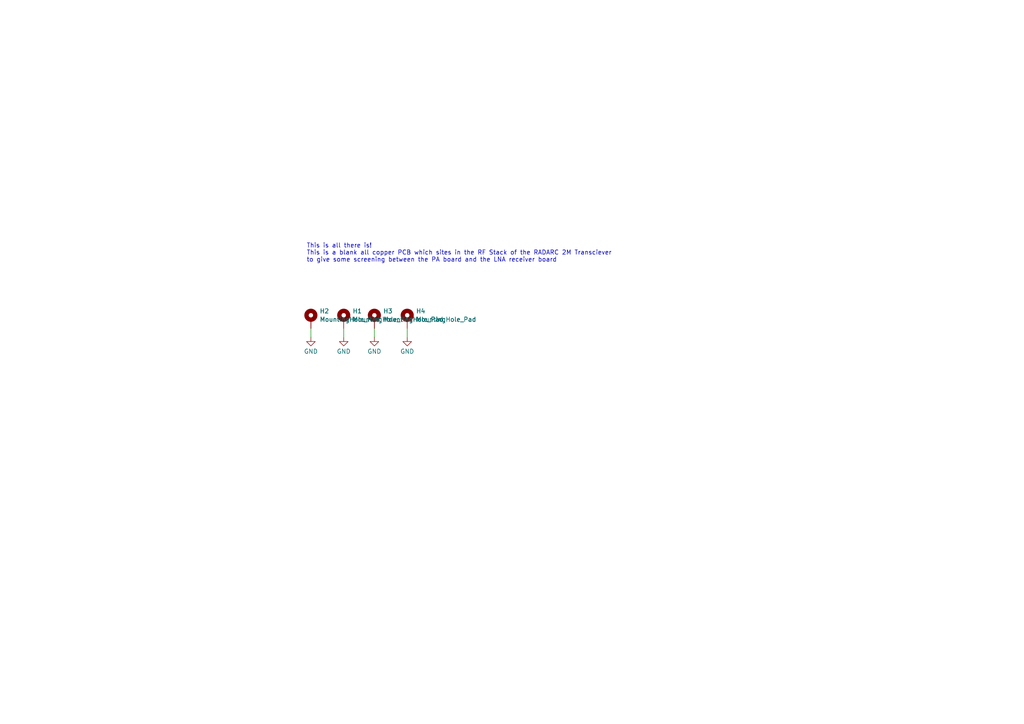
<source format=kicad_sch>
(kicad_sch (version 20230121) (generator eeschema)
  (paper "A4")
  (lib_symbols
    (symbol "Mechanical:MountingHole_Pad" (pin_numbers hide) (pin_names (offset 1.016) hide)
      (property "Reference" "H" (at 0 6.35 0))
      (property "Value" "MountingHole_Pad" (at 0 4.445 0))
      (symbol "MountingHole_Pad_0_1"
        (circle (center 0 1.27) (radius 1.27) (stroke (width 1.27)))
      )
      (symbol "MountingHole_Pad_1_1"
        (pin input line (at 0 -2.54 90) (length 2.54) (name "1") (number "1"))
      )
    )
    (symbol "power:GND" (power) (pin_names (offset 0))
      (property "Value" "GND" (at 0 -3.81 0))
      (symbol "GND_0_1"
        (polyline (pts (xy 0 0) (xy 0 -1.27) (xy 1.27 -1.27) (xy 0 -2.54) (xy -1.27 -1.27) (xy 0 -1.27)))
      )
      (symbol "GND_1_1"
        (pin power_in line (at 0 0 270) (length 0) hide (name "GND") (number "1"))
      )
    )
  )
  (wire (pts (xy 90.17 95.25) (xy 90.17 97.79)))
  (wire (pts (xy 99.695 95.25) (xy 99.695 97.79)))
  (wire (pts (xy 108.585 95.25) (xy 108.585 97.79)))
  (wire (pts (xy 118.11 95.25) (xy 118.11 97.79)))
  (text "This is all there is!\nThis is a blank all copper PCB which sites in the RF Stack of the RADARC 2M Transciever\nto give some screening between the PA board and the LNA receiver board" (at 88.9 76.2 0) (effects (font (size 1.27 1.27)) (justify left bottom)))
  (symbol (lib_id "Mechanical:MountingHole_Pad") (at 108.585 92.71 0) (unit 1)
    (property "Reference" "H3" (at 111.125 90.2279 0) (effects (justify left)))
    (property "Value" "MountingHole_Pad" (at 111.125 92.6521 0) (effects (justify left)))
    (property "Footprint" "MountingHole:MountingHole_3.2mm_M3_DIN965_Pad" (effects hide))
  )
  (symbol (lib_id "Mechanical:MountingHole_Pad") (at 118.11 92.71 0) (unit 1)
    (property "Reference" "H4" (at 120.65 90.2279 0) (effects (justify left)))
    (property "Value" "MountingHole_Pad" (at 120.65 92.6521 0) (effects (justify left)))
    (property "Footprint" "MountingHole:MountingHole_3.2mm_M3_DIN965_Pad" (effects hide))
  )
  (symbol (lib_id "Mechanical:MountingHole_Pad") (at 90.17 92.71 0) (unit 1)
    (property "Reference" "H2" (at 92.71 90.2279 0) (effects (justify left)))
    (property "Value" "MountingHole_Pad" (at 92.71 92.6521 0) (effects (justify left)))
    (property "Footprint" "MountingHole:MountingHole_3.2mm_M3_DIN965_Pad" (effects hide))
  )
  (symbol (lib_id "power:GND") (at 108.585 97.79 0) (unit 1)
    (property "Reference" "#PWR03" (effects hide))
    (property "Value" "GND" (at 108.585 101.9231 0))
  )
  (symbol (lib_id "power:GND") (at 90.17 97.79 0) (unit 1)
    (property "Reference" "#PWR01" (effects hide))
    (property "Value" "GND" (at 90.17 101.9231 0))
  )
  (symbol (lib_id "power:GND") (at 118.11 97.79 0) (unit 1)
    (property "Reference" "#PWR04" (effects hide))
    (property "Value" "GND" (at 118.11 101.9231 0))
  )
  (symbol (lib_id "Mechanical:MountingHole_Pad") (at 99.695 92.71 0) (unit 1)
    (property "Reference" "H1" (at 102.235 90.2279 0) (effects (justify left)))
    (property "Value" "MountingHole_Pad" (at 102.235 92.6521 0) (effects (justify left)))
    (property "Footprint" "MountingHole:MountingHole_3.2mm_M3_DIN965_Pad" (effects hide))
  )
  (symbol (lib_id "power:GND") (at 99.695 97.79 0) (unit 1)
    (property "Reference" "#PWR02" (effects hide))
    (property "Value" "GND" (at 99.695 101.9231 0))
  )
)
</source>
